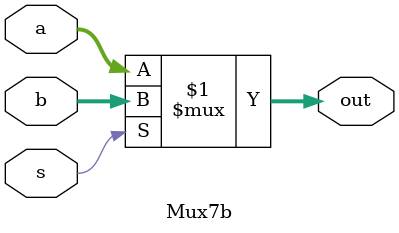
<source format=v>
module Mux7b(a, b, s, out);
    input [6:0] a;
    input [6:0] b;
    input s;

    output [6:0] out;

    assign out = s ? b : a;

endmodule
</source>
